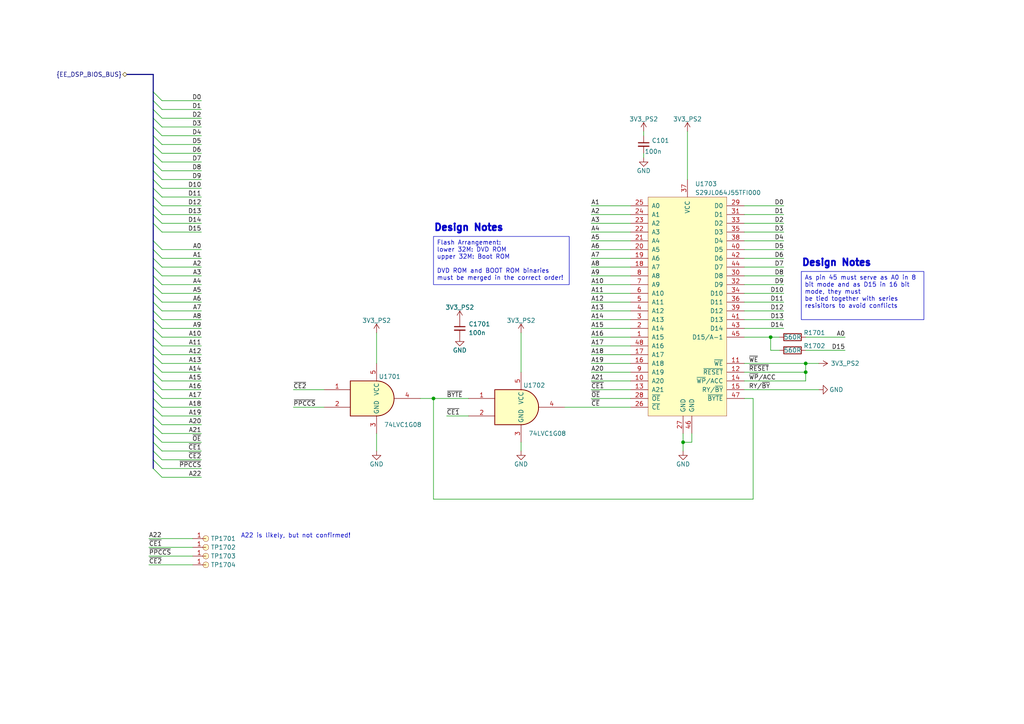
<source format=kicad_sch>
(kicad_sch (version 20230121) (generator eeschema)
  (paper "A4")
  (title_block (title "PS2 Boot ROM Flash") (rev "0.3") (comment 5 "-a project by Tschicki"))
  (lib_symbols
    (symbol "PS2:3V5" (power) (pin_names (offset 0))
      (property "Value" "3V3_PS2" (at 0 3.556 0))
      (symbol "3V5_0_1"
        (polyline (pts (xy -0.762 1.27) (xy 0 2.54)))
        (polyline (pts (xy 0 0) (xy 0 2.54)))
        (polyline (pts (xy 0 2.54) (xy 0.762 1.27)))
      )
      (symbol "3V5_1_1"
        (pin power_in line (at 0 0 90) (length 0) hide (name "3V3_PS2") (number "1"))
      )
    )
    (symbol "PS2:74LVC1G08"
      (property "Reference" "U" (at -5.08 7.62 0))
      (property "Value" "74LVC1G08" (at 7.62 -7.62 0))
      (symbol "74LVC1G08_0_1"
        (arc (start 0 -5.08) (mid 5.0579 0) (end 0 5.08) (stroke (width 0.254)) (fill (type background)))
        (polyline (pts (xy 0 -5.08) (xy -7.62 -5.08) (xy -7.62 5.08) (xy 0 5.08)) (stroke (width 0.254)) (fill (type background)))
      )
      (symbol "74LVC1G08_1_1"
        (pin input line (at -15.24 2.54 0) (length 7.62) (name "~") (number "1"))
        (pin input line (at -15.24 -2.54 0) (length 7.62) (name "~") (number "2"))
        (pin power_in line (at 0 -10.16 90) (length 5.08) (name "GND") (number "3"))
        (pin output line (at 12.7 0 180) (length 7.62) (name "~") (number "4"))
        (pin power_in line (at 0 10.16 270) (length 5.08) (name "VCC") (number "5"))
      )
    )
    (symbol "PS2:S29JL064J55TF" (pin_names (offset 1.016))
      (property "Reference" "U" (at 24.13 3.81 0))
      (property "Value" "S29JL064J55TFI000" (at 25.4 6.35 0))
      (symbol "S29JL064J55TF_0_0"
        (pin passive line (at 0 -38.1 0) (length 5.08) (name "A15") (number "1"))
        (pin passive line (at 0 -50.8 0) (length 5.08) (name "A20") (number "10"))
        (pin passive line (at 33.02 -45.72 180) (length 5.08) (name "~{WE}") (number "11"))
        (pin passive line (at 33.02 -48.26 180) (length 5.08) (name "~{RESET}") (number "12"))
        (pin passive line (at 0 -53.34 0) (length 5.08) (name "A21") (number "13"))
        (pin passive line (at 33.02 -50.8 180) (length 5.08) (name "~{WP}/ACC") (number "14"))
        (pin passive line (at 33.02 -53.34 180) (length 5.08) (name "RY/~{BY}") (number "15"))
        (pin passive line (at 0 -45.72 0) (length 5.08) (name "A18") (number "16"))
        (pin passive line (at 0 -43.18 0) (length 5.08) (name "A17") (number "17"))
        (pin passive line (at 0 -17.78 0) (length 5.08) (name "A7") (number "18"))
        (pin passive line (at 0 -15.24 0) (length 5.08) (name "A6") (number "19"))
        (pin passive line (at 0 -35.56 0) (length 5.08) (name "A14") (number "2"))
        (pin passive line (at 0 -12.7 0) (length 5.08) (name "A5") (number "20"))
        (pin passive line (at 0 -10.16 0) (length 5.08) (name "A4") (number "21"))
        (pin passive line (at 0 -7.62 0) (length 5.08) (name "A3") (number "22"))
        (pin passive line (at 0 -5.08 0) (length 5.08) (name "A2") (number "23"))
        (pin passive line (at 0 -2.54 0) (length 5.08) (name "A1") (number "24"))
        (pin passive line (at 0 0 0) (length 5.08) (name "A0") (number "25"))
        (pin passive line (at 0 -58.42 0) (length 5.08) (name "~{CE}") (number "26"))
        (pin passive line (at 15.24 -66.04 90) (length 5.08) (name "GND") (number "27"))
        (pin passive line (at 0 -55.88 0) (length 5.08) (name "~{OE}") (number "28"))
        (pin passive line (at 33.02 0 180) (length 5.08) (name "D0") (number "29"))
        (pin passive line (at 0 -33.02 0) (length 5.08) (name "A13") (number "3"))
        (pin passive line (at 33.02 -20.32 180) (length 5.08) (name "D8") (number "30"))
        (pin passive line (at 33.02 -2.54 180) (length 5.08) (name "D1") (number "31"))
        (pin passive line (at 33.02 -22.86 180) (length 5.08) (name "D9") (number "32"))
        (pin passive line (at 33.02 -5.08 180) (length 5.08) (name "D2") (number "33"))
        (pin passive line (at 33.02 -25.4 180) (length 5.08) (name "D10") (number "34"))
        (pin passive line (at 33.02 -7.62 180) (length 5.08) (name "D3") (number "35"))
        (pin passive line (at 33.02 -27.94 180) (length 5.08) (name "D11") (number "36"))
        (pin passive line (at 16.51 7.62 270) (length 5.08) (name "VCC") (number "37"))
        (pin passive line (at 33.02 -10.16 180) (length 5.08) (name "D4") (number "38"))
        (pin passive line (at 33.02 -30.48 180) (length 5.08) (name "D12") (number "39"))
        (pin passive line (at 0 -30.48 0) (length 5.08) (name "A12") (number "4"))
        (pin passive line (at 33.02 -12.7 180) (length 5.08) (name "D5") (number "40"))
        (pin passive line (at 33.02 -33.02 180) (length 5.08) (name "D13") (number "41"))
        (pin passive line (at 33.02 -15.24 180) (length 5.08) (name "D6") (number "42"))
        (pin passive line (at 33.02 -35.56 180) (length 5.08) (name "D14") (number "43"))
        (pin passive line (at 33.02 -17.78 180) (length 5.08) (name "D7") (number "44"))
        (pin passive line (at 33.02 -38.1 180) (length 5.08) (name "D15/A-1") (number "45"))
        (pin passive line (at 17.78 -66.04 90) (length 5.08) (name "GND") (number "46"))
        (pin passive line (at 33.02 -55.88 180) (length 5.08) (name "~{BYTE}") (number "47"))
        (pin passive line (at 0 -40.64 0) (length 5.08) (name "A16") (number "48"))
        (pin passive line (at 0 -27.94 0) (length 5.08) (name "A11") (number "5"))
        (pin passive line (at 0 -25.4 0) (length 5.08) (name "A10") (number "6"))
        (pin passive line (at 0 -22.86 0) (length 5.08) (name "A9") (number "7"))
        (pin passive line (at 0 -20.32 0) (length 5.08) (name "A8") (number "8"))
        (pin passive line (at 0 -48.26 0) (length 5.08) (name "A19") (number "9"))
      )
      (symbol "S29JL064J55TF_0_1"
        (rectangle (start 5.08 2.54) (end 27.94 -60.96) (stroke (width 0.001)) (fill (type background)))
      )
    )
    (symbol "PS2:Solder_Point" (pin_names (offset 1.016) hide) (in_bom no)
      (property "Reference" "TP" (at 2.54 0 0))
      (symbol "Solder_Point_0_1"
        (circle (center 0 0) (radius 0.8519) (stroke (width 0.001)) (fill (type background)))
      )
      (symbol "Solder_Point_1_1"
        (pin passive line (at -3.81 0 0) (length 3.81) (name "Pin_1") (number "1"))
      )
    )
    (symbol "PS2_Capacitors:C_100n_0402" (pin_numbers hide) (pin_names (offset 0.254) hide)
      (property "Reference" "C" (at 0.254 1.778 0))
      (property "Value" "100n" (at 0.254 -2.032 0))
      (symbol "C_100n_0402_0_1"
        (polyline (pts (xy -1.524 -0.508) (xy 1.524 -0.508)) (stroke (width 0.3302)))
        (polyline (pts (xy -1.524 0.508) (xy 1.524 0.508)) (stroke (width 0.3048)))
      )
      (symbol "C_100n_0402_1_1"
        (pin passive line (at 0 2.54 270) (length 2.032) (name "~") (number "1"))
        (pin passive line (at 0 -2.54 90) (length 2.032) (name "~") (number "2"))
      )
    )
    (symbol "PS2_Resistors:R_560R_0402" (pin_numbers hide) (pin_names (offset 0))
      (property "Reference" "R" (at 2.032 0 90))
      (property "Value" "560R" (at 0 0 90))
      (symbol "R_560R_0402_0_1"
        (rectangle (start -1.016 -2.54) (end 1.016 2.54) (stroke (width 0.254)))
      )
      (symbol "R_560R_0402_1_1"
        (pin passive line (at 0 3.81 270) (length 1.27) (name "~") (number "1"))
        (pin passive line (at 0 -3.81 90) (length 1.27) (name "~") (number "2"))
      )
    )
    (symbol "power:GND" (power) (pin_names (offset 0))
      (property "Value" "GND" (at 0 -3.81 0))
      (symbol "GND_0_1"
        (polyline (pts (xy 0 0) (xy 0 -1.27) (xy 1.27 -1.27) (xy 0 -2.54) (xy -1.27 -1.27) (xy 0 -1.27)))
      )
      (symbol "GND_1_1"
        (pin power_in line (at 0 0 270) (length 0) hide (name "GND") (number "1"))
      )
    )
  )
  (junction (at 125.73 115.57))
  (junction (at 198.12 128.27))
  (junction (at 223.52 97.79))
  (junction (at 233.68 107.95))
  (junction (at 233.68 105.41))
  (bus_entry (at 44.45 64.77) (size 2.54 2.54))
  (bus_entry (at 44.45 123.19) (size 2.54 2.54))
  (bus_entry (at 44.45 125.73) (size 2.54 2.54))
  (bus_entry (at 44.45 120.65) (size 2.54 2.54))
  (bus_entry (at 46.99 72.39) (size -2.54 -2.54))
  (bus_entry (at 44.45 128.27) (size 2.54 2.54))
  (bus_entry (at 44.45 46.99) (size 2.54 2.54))
  (bus_entry (at 44.45 72.39) (size 2.54 2.54))
  (bus_entry (at 44.45 90.17) (size 2.54 2.54))
  (bus_entry (at 44.45 49.53) (size 2.54 2.54))
  (bus_entry (at 46.99 36.83) (size -2.54 -2.54))
  (bus_entry (at 44.45 118.11) (size 2.54 2.54))
  (bus_entry (at 46.99 34.29) (size -2.54 -2.54))
  (bus_entry (at 44.45 54.61) (size 2.54 2.54))
  (bus_entry (at 44.45 87.63) (size 2.54 2.54))
  (bus_entry (at 44.45 57.15) (size 2.54 2.54))
  (bus_entry (at 44.45 110.49) (size 2.54 2.54))
  (bus_entry (at 46.99 44.45) (size -2.54 -2.54))
  (bus_entry (at 46.99 41.91) (size -2.54 -2.54))
  (bus_entry (at 44.45 74.93) (size 2.54 2.54))
  (bus_entry (at 44.45 107.95) (size 2.54 2.54))
  (bus_entry (at 44.45 97.79) (size 2.54 2.54))
  (bus_entry (at 46.99 29.21) (size -2.54 -2.54))
  (bus_entry (at 44.45 59.69) (size 2.54 2.54))
  (bus_entry (at 44.45 85.09) (size 2.54 2.54))
  (bus_entry (at 44.45 102.87) (size 2.54 2.54))
  (bus_entry (at 44.45 77.47) (size 2.54 2.54))
  (bus_entry (at 44.45 130.81) (size 2.54 2.54))
  (bus_entry (at 44.45 62.23) (size 2.54 2.54))
  (bus_entry (at 44.45 52.07) (size 2.54 2.54))
  (bus_entry (at 44.45 95.25) (size 2.54 2.54))
  (bus_entry (at 44.45 133.35) (size 2.54 2.54))
  (bus_entry (at 44.45 135.89) (size 2.54 2.54))
  (bus_entry (at 46.99 46.99) (size -2.54 -2.54))
  (bus_entry (at 44.45 115.57) (size 2.54 2.54))
  (bus_entry (at 44.45 80.01) (size 2.54 2.54))
  (bus_entry (at 46.99 39.37) (size -2.54 -2.54))
  (bus_entry (at 44.45 105.41) (size 2.54 2.54))
  (bus_entry (at 46.99 31.75) (size -2.54 -2.54))
  (bus_entry (at 44.45 92.71) (size 2.54 2.54))
  (bus_entry (at 44.45 82.55) (size 2.54 2.54))
  (bus_entry (at 44.45 113.03) (size 2.54 2.54))
  (bus_entry (at 44.45 100.33) (size 2.54 2.54))
  (wire (pts (xy 182.88 115.57) (xy 171.45 115.57)))
  (wire (pts (xy 227.33 92.71) (xy 215.9 92.71)))
  (wire (pts (xy 215.9 97.79) (xy 223.52 97.79)))
  (wire (pts (xy 46.99 100.33) (xy 58.42 100.33)))
  (wire (pts (xy 182.88 67.31) (xy 171.45 67.31)))
  (wire (pts (xy 58.42 135.89) (xy 46.99 135.89)))
  (wire (pts (xy 85.09 118.11) (xy 93.98 118.11)))
  (bus (pts (xy 44.45 31.75) (xy 44.45 34.29)))
  (wire (pts (xy 198.12 128.27) (xy 198.12 130.81)))
  (bus (pts (xy 44.45 92.71) (xy 44.45 95.25)))
  (wire (pts (xy 182.88 102.87) (xy 171.45 102.87)))
  (wire (pts (xy 58.42 64.77) (xy 46.99 64.77)))
  (bus (pts (xy 36.83 21.59) (xy 44.45 21.59)))
  (bus (pts (xy 44.45 41.91) (xy 44.45 44.45)))
  (bus (pts (xy 44.45 130.81) (xy 44.45 133.35)))
  (wire (pts (xy 163.83 118.11) (xy 182.88 118.11)))
  (wire (pts (xy 200.66 128.27) (xy 198.12 128.27)))
  (bus (pts (xy 44.45 57.15) (xy 44.45 59.69)))
  (wire (pts (xy 58.42 138.43) (xy 46.99 138.43)))
  (wire (pts (xy 151.13 130.81) (xy 151.13 128.27)))
  (wire (pts (xy 215.9 85.09) (xy 227.33 85.09)))
  (bus (pts (xy 44.45 39.37) (xy 44.45 41.91)))
  (bus (pts (xy 44.45 74.93) (xy 44.45 77.47)))
  (wire (pts (xy 46.99 80.01) (xy 58.42 80.01)))
  (wire (pts (xy 223.52 101.6) (xy 223.52 97.79)))
  (wire (pts (xy 182.88 77.47) (xy 171.45 77.47)))
  (bus (pts (xy 44.45 69.85) (xy 44.45 72.39)))
  (wire (pts (xy 58.42 44.45) (xy 46.99 44.45)))
  (wire (pts (xy 46.99 105.41) (xy 58.42 105.41)))
  (wire (pts (xy 215.9 62.23) (xy 227.33 62.23)))
  (wire (pts (xy 46.99 107.95) (xy 58.42 107.95)))
  (wire (pts (xy 186.69 38.1) (xy 186.69 39.37)))
  (wire (pts (xy 215.9 110.49) (xy 233.68 110.49)))
  (wire (pts (xy 58.42 39.37) (xy 46.99 39.37)))
  (bus (pts (xy 44.45 46.99) (xy 44.45 49.53)))
  (wire (pts (xy 171.45 87.63) (xy 182.88 87.63)))
  (wire (pts (xy 182.88 69.85) (xy 171.45 69.85)))
  (wire (pts (xy 198.12 125.73) (xy 198.12 128.27)))
  (wire (pts (xy 55.88 163.83) (xy 43.18 163.83)))
  (bus (pts (xy 44.45 115.57) (xy 44.45 118.11)))
  (wire (pts (xy 171.45 82.55) (xy 182.88 82.55)))
  (bus (pts (xy 44.45 118.11) (xy 44.45 120.65)))
  (wire (pts (xy 223.52 97.79) (xy 226.06 97.79)))
  (wire (pts (xy 215.9 115.57) (xy 218.44 115.57)))
  (wire (pts (xy 125.73 115.57) (xy 135.89 115.57)))
  (wire (pts (xy 58.42 72.39) (xy 46.99 72.39)))
  (wire (pts (xy 171.45 90.17) (xy 182.88 90.17)))
  (wire (pts (xy 58.42 52.07) (xy 46.99 52.07)))
  (wire (pts (xy 227.33 77.47) (xy 215.9 77.47)))
  (wire (pts (xy 46.99 74.93) (xy 58.42 74.93)))
  (wire (pts (xy 227.33 74.93) (xy 215.9 74.93)))
  (wire (pts (xy 58.42 62.23) (xy 46.99 62.23)))
  (bus (pts (xy 44.45 54.61) (xy 44.45 57.15)))
  (wire (pts (xy 171.45 80.01) (xy 182.88 80.01)))
  (bus (pts (xy 44.45 113.03) (xy 44.45 115.57)))
  (wire (pts (xy 215.9 67.31) (xy 227.33 67.31)))
  (wire (pts (xy 46.99 123.19) (xy 58.42 123.19)))
  (wire (pts (xy 58.42 36.83) (xy 46.99 36.83)))
  (bus (pts (xy 44.45 133.35) (xy 44.45 135.89)))
  (wire (pts (xy 121.92 115.57) (xy 125.73 115.57)))
  (wire (pts (xy 58.42 46.99) (xy 46.99 46.99)))
  (wire (pts (xy 171.45 92.71) (xy 182.88 92.71)))
  (bus (pts (xy 44.45 120.65) (xy 44.45 123.19)))
  (wire (pts (xy 215.9 87.63) (xy 227.33 87.63)))
  (wire (pts (xy 233.68 105.41) (xy 237.49 105.41)))
  (wire (pts (xy 55.88 158.75) (xy 43.18 158.75)))
  (bus (pts (xy 44.45 110.49) (xy 44.45 113.03)))
  (wire (pts (xy 46.99 128.27) (xy 58.42 128.27)))
  (wire (pts (xy 200.66 125.73) (xy 200.66 128.27)))
  (wire (pts (xy 46.99 102.87) (xy 58.42 102.87)))
  (bus (pts (xy 44.45 34.29) (xy 44.45 36.83)))
  (wire (pts (xy 182.88 64.77) (xy 171.45 64.77)))
  (wire (pts (xy 58.42 57.15) (xy 46.99 57.15)))
  (wire (pts (xy 171.45 113.03) (xy 182.88 113.03)))
  (bus (pts (xy 44.45 77.47) (xy 44.45 80.01)))
  (wire (pts (xy 215.9 64.77) (xy 227.33 64.77)))
  (bus (pts (xy 44.45 85.09) (xy 44.45 87.63)))
  (wire (pts (xy 46.99 67.31) (xy 58.42 67.31)))
  (wire (pts (xy 171.45 95.25) (xy 182.88 95.25)))
  (wire (pts (xy 58.42 59.69) (xy 46.99 59.69)))
  (wire (pts (xy 58.42 133.35) (xy 46.99 133.35)))
  (wire (pts (xy 227.33 72.39) (xy 215.9 72.39)))
  (wire (pts (xy 199.39 38.1) (xy 199.39 52.07)))
  (wire (pts (xy 46.99 90.17) (xy 58.42 90.17)))
  (wire (pts (xy 46.99 110.49) (xy 58.42 110.49)))
  (wire (pts (xy 46.99 85.09) (xy 58.42 85.09)))
  (bus (pts (xy 44.45 105.41) (xy 44.45 107.95)))
  (wire (pts (xy 182.88 62.23) (xy 171.45 62.23)))
  (bus (pts (xy 44.45 80.01) (xy 44.45 82.55)))
  (wire (pts (xy 109.22 96.52) (xy 109.22 105.41)))
  (wire (pts (xy 171.45 107.95) (xy 182.88 107.95)))
  (wire (pts (xy 109.22 125.73) (xy 109.22 130.81)))
  (bus (pts (xy 44.45 95.25) (xy 44.45 97.79)))
  (wire (pts (xy 186.69 44.45) (xy 186.69 45.72)))
  (wire (pts (xy 58.42 49.53) (xy 46.99 49.53)))
  (wire (pts (xy 58.42 41.91) (xy 46.99 41.91)))
  (bus (pts (xy 44.45 82.55) (xy 44.45 85.09)))
  (wire (pts (xy 182.88 105.41) (xy 171.45 105.41)))
  (bus (pts (xy 44.45 36.83) (xy 44.45 39.37)))
  (bus (pts (xy 44.45 21.59) (xy 44.45 26.67)))
  (bus (pts (xy 44.45 44.45) (xy 44.45 46.99)))
  (wire (pts (xy 58.42 54.61) (xy 46.99 54.61)))
  (wire (pts (xy 46.99 95.25) (xy 58.42 95.25)))
  (wire (pts (xy 46.99 113.03) (xy 58.42 113.03)))
  (wire (pts (xy 129.54 120.65) (xy 135.89 120.65)))
  (bus (pts (xy 44.45 123.19) (xy 44.45 125.73)))
  (wire (pts (xy 226.06 101.6) (xy 223.52 101.6)))
  (bus (pts (xy 44.45 90.17) (xy 44.45 92.71)))
  (bus (pts (xy 44.45 100.33) (xy 44.45 102.87)))
  (wire (pts (xy 55.88 161.29) (xy 43.18 161.29)))
  (wire (pts (xy 46.99 92.71) (xy 58.42 92.71)))
  (wire (pts (xy 46.99 77.47) (xy 58.42 77.47)))
  (wire (pts (xy 171.45 100.33) (xy 182.88 100.33)))
  (wire (pts (xy 58.42 34.29) (xy 46.99 34.29)))
  (wire (pts (xy 46.99 97.79) (xy 58.42 97.79)))
  (wire (pts (xy 245.11 97.79) (xy 233.68 97.79)))
  (wire (pts (xy 218.44 144.78) (xy 218.44 115.57)))
  (bus (pts (xy 44.45 87.63) (xy 44.45 90.17)))
  (bus (pts (xy 44.45 52.07) (xy 44.45 54.61)))
  (wire (pts (xy 46.99 130.81) (xy 58.42 130.81)))
  (bus (pts (xy 44.45 102.87) (xy 44.45 105.41)))
  (wire (pts (xy 182.88 59.69) (xy 171.45 59.69)))
  (wire (pts (xy 46.99 118.11) (xy 58.42 118.11)))
  (wire (pts (xy 151.13 96.52) (xy 151.13 107.95)))
  (bus (pts (xy 44.45 107.95) (xy 44.45 110.49)))
  (bus (pts (xy 44.45 49.53) (xy 44.45 52.07)))
  (bus (pts (xy 44.45 59.69) (xy 44.45 62.23)))
  (wire (pts (xy 46.99 82.55) (xy 58.42 82.55)))
  (wire (pts (xy 215.9 105.41) (xy 233.68 105.41)))
  (wire (pts (xy 171.45 85.09) (xy 182.88 85.09)))
  (wire (pts (xy 46.99 120.65) (xy 58.42 120.65)))
  (wire (pts (xy 215.9 59.69) (xy 227.33 59.69)))
  (wire (pts (xy 233.68 105.41) (xy 233.68 107.95)))
  (wire (pts (xy 182.88 72.39) (xy 171.45 72.39)))
  (bus (pts (xy 44.45 125.73) (xy 44.45 128.27)))
  (wire (pts (xy 227.33 90.17) (xy 215.9 90.17)))
  (wire (pts (xy 227.33 95.25) (xy 215.9 95.25)))
  (wire (pts (xy 85.09 113.03) (xy 93.98 113.03)))
  (wire (pts (xy 227.33 69.85) (xy 215.9 69.85)))
  (wire (pts (xy 171.45 97.79) (xy 182.88 97.79)))
  (bus (pts (xy 44.45 97.79) (xy 44.45 100.33)))
  (bus (pts (xy 44.45 62.23) (xy 44.45 64.77)))
  (wire (pts (xy 215.9 80.01) (xy 227.33 80.01)))
  (bus (pts (xy 44.45 26.67) (xy 44.45 29.21)))
  (bus (pts (xy 44.45 29.21) (xy 44.45 31.75)))
  (bus (pts (xy 44.45 72.39) (xy 44.45 74.93)))
  (bus (pts (xy 44.45 128.27) (xy 44.45 130.81)))
  (wire (pts (xy 125.73 115.57) (xy 125.73 144.78)))
  (wire (pts (xy 215.9 82.55) (xy 227.33 82.55)))
  (wire (pts (xy 215.9 107.95) (xy 233.68 107.95)))
  (wire (pts (xy 58.42 31.75) (xy 46.99 31.75)))
  (wire (pts (xy 215.9 113.03) (xy 237.49 113.03)))
  (wire (pts (xy 55.88 156.21) (xy 43.18 156.21)))
  (wire (pts (xy 125.73 144.78) (xy 218.44 144.78)))
  (wire (pts (xy 46.99 87.63) (xy 58.42 87.63)))
  (wire (pts (xy 182.88 74.93) (xy 171.45 74.93)))
  (wire (pts (xy 245.11 101.6) (xy 233.68 101.6)))
  (wire (pts (xy 46.99 115.57) (xy 58.42 115.57)))
  (wire (pts (xy 46.99 125.73) (xy 58.42 125.73)))
  (wire (pts (xy 58.42 29.21) (xy 46.99 29.21)))
  (wire (pts (xy 233.68 107.95) (xy 233.68 110.49)))
  (bus (pts (xy 44.45 64.77) (xy 44.45 69.85)))
  (wire (pts (xy 171.45 110.49) (xy 182.88 110.49)))
  (text_box "Flash Arrangement:\nlower 32M: DVD ROM\nupper 32M: Boot ROM\n\nDVD ROM and BOOT ROM binaries \nmust be merged in the correct order!" (at 125.73 68.58 0) (size 39.37 13.97) (effects (font (size 1.27 1.27)) (justify left top)))
  (text_box "As pin 45 must serve as A0 in 8 bit mode and as D15 in 16 bit mode, they must \nbe tied together with series resisitors to avoid conflicts" (at 232.41 78.74 0) (size 35.56 13.97) (effects (font (size 1.27 1.27)) (justify left top)))
  (text "Design Notes" (at 125.73 67.31 0) (effects (font (size 2 2) (thickness 1) bold) (justify left bottom)))
  (text "A22 is likely, but not confirmed!" (at 69.85 156.21 0) (effects (font (size 1.27 1.27)) (justify left bottom)))
  (text "Design Notes" (at 232.41 77.47 0) (effects (font (size 2 2) (thickness 1) bold) (justify left bottom)))
  (label "A16" (at 58.42 113.03 180))
  (label "RY{slash}~{BY}" (at 217.17 113.03 0))
  (label "D14" (at 58.42 64.77 180))
  (label "A20" (at 58.42 123.19 180))
  (label "~{WP}{slash}ACC" (at 217.17 110.49 0))
  (label "A14" (at 171.45 92.71 0))
  (label "A22" (at 58.42 138.43 180))
  (label "D4" (at 58.42 39.37 180))
  (label "A13" (at 58.42 105.41 180))
  (label "~{BYTE}" (at 129.54 115.57 0))
  (label "~{CE1}" (at 129.54 120.65 0))
  (label "A13" (at 171.45 90.17 0))
  (label "A7" (at 171.45 74.93 0))
  (label "A17" (at 171.45 100.33 0))
  (label "A21" (at 171.45 110.49 0))
  (label "D5" (at 58.42 41.91 180))
  (label "A3" (at 58.42 80.01 180))
  (label "A18" (at 171.45 102.87 0))
  (label "A15" (at 58.42 110.49 180))
  (label "A5" (at 58.42 85.09 180))
  (label "A20" (at 171.45 107.95 0))
  (label "A12" (at 171.45 87.63 0))
  (label "D10" (at 58.42 54.61 180))
  (label "A0" (at 245.11 97.79 180))
  (label "A6" (at 171.45 72.39 0))
  (label "D14" (at 227.33 95.25 180))
  (label "D6" (at 58.42 44.45 180))
  (label "A7" (at 58.42 90.17 180))
  (label "A6" (at 58.42 87.63 180))
  (label "A19" (at 58.42 120.65 180))
  (label "A17" (at 58.42 115.57 180))
  (label "~{CE}" (at 171.45 118.11 0))
  (label "D3" (at 58.42 36.83 180))
  (label "A2" (at 58.42 77.47 180))
  (label "A11" (at 58.42 100.33 180))
  (label "A8" (at 58.42 92.71 180))
  (label "A1" (at 58.42 74.93 180))
  (label "A0" (at 58.42 72.39 180))
  (label "D5" (at 227.33 72.39 180))
  (label "D3" (at 227.33 67.31 180))
  (label "A9" (at 58.42 95.25 180))
  (label "D1" (at 227.33 62.23 180))
  (label "D7" (at 58.42 46.99 180))
  (label "A15" (at 171.45 95.25 0))
  (label "A19" (at 171.45 105.41 0))
  (label "A5" (at 171.45 69.85 0))
  (label "D10" (at 227.33 85.09 180))
  (label "D0" (at 227.33 59.69 180))
  (label "D9" (at 227.33 82.55 180))
  (label "~{CE1}" (at 58.42 130.81 180))
  (label "~{CE1}" (at 43.18 158.75 0))
  (label "A12" (at 58.42 102.87 180))
  (label "~{RESET}" (at 217.17 107.95 0))
  (label "D12" (at 58.42 59.69 180))
  (label "~{CE2}" (at 85.09 113.03 0))
  (label "~{WE}" (at 217.17 105.41 0))
  (label "D11" (at 58.42 57.15 180))
  (label "A14" (at 58.42 107.95 180))
  (label "~{CE2}" (at 43.18 163.83 0))
  (label "D15" (at 58.42 67.31 180))
  (label "D6" (at 227.33 74.93 180))
  (label "~{PPCCS}" (at 58.42 135.89 180))
  (label "D12" (at 227.33 90.17 180))
  (label "A9" (at 171.45 80.01 0))
  (label "~{CE2}" (at 58.42 133.35 180))
  (label "D11" (at 227.33 87.63 180))
  (label "A11" (at 171.45 85.09 0))
  (label "A21" (at 58.42 125.73 180))
  (label "A22" (at 43.18 156.21 0))
  (label "D13" (at 227.33 92.71 180))
  (label "D9" (at 58.42 52.07 180))
  (label "A16" (at 171.45 97.79 0))
  (label "D1" (at 58.42 31.75 180))
  (label "A1" (at 171.45 59.69 0))
  (label "A10" (at 58.42 97.79 180))
  (label "A4" (at 58.42 82.55 180))
  (label "~{OE}" (at 171.45 115.57 0))
  (label "A4" (at 171.45 67.31 0))
  (label "A18" (at 58.42 118.11 180))
  (label "D2" (at 227.33 64.77 180))
  (label "D7" (at 227.33 77.47 180))
  (label "D4" (at 227.33 69.85 180))
  (label "D0" (at 58.42 29.21 180))
  (label "D13" (at 58.42 62.23 180))
  (label "A3" (at 171.45 64.77 0))
  (label "~{PPCCS}" (at 85.09 118.11 0))
  (label "D8" (at 227.33 80.01 180))
  (label "~{OE}" (at 58.42 128.27 180))
  (label "D2" (at 58.42 34.29 180))
  (label "~{PPCCS}" (at 43.18 161.29 0))
  (label "D15" (at 245.11 101.6 180))
  (label "~{CE1}" (at 171.45 113.03 0))
  (label "D8" (at 58.42 49.53 180))
  (label "A2" (at 171.45 62.23 0))
  (label "A10" (at 171.45 82.55 0))
  (label "A8" (at 171.45 77.47 0))
  (hierarchical_label "{EE_DSP_BIOS_BUS}" (shape bidirectional) (at 36.83 21.59 180))
  (symbol (lib_id "PS2:74LVC1G08") (at 151.13 118.11 0) (unit 1)
    (property "Reference" "U1702" (at 154.94 111.76 0))
    (property "Value" "74LVC1G08" (at 158.75 125.73 0))
    (property "Footprint" "PS2:SOT-353_SC-70-5" (effects hide))
    (property "Datasheet" "https://www.ti.com/lit/ds/symlink/sn74lvc1g08.pdf" (effects hide))
    (property "Part Number" "SN74LVC1G08DCK" (effects hide))
  )
  (symbol (lib_id "PS2:3V5") (at 237.49 105.41 270) (mirror x) (unit 1)
    (property "Reference" "#PWR01711" (effects hide))
    (property "Value" "3V3_PS2" (at 245.11 105.41 90))
  )
  (symbol (lib_id "PS2:Solder_Point") (at 59.69 161.29 0) (mirror x) (unit 1) (in_bom no)
    (property "Reference" "TP1703" (at 64.77 161.29 0))
    (property "Value" "Solder_Point" (effects hide))
    (property "Footprint" "PS2:Solder_Point_127" (effects hide))
  )
  (symbol (lib_id "PS2:Solder_Point") (at 59.69 156.21 0) (mirror x) (unit 1) (in_bom no)
    (property "Reference" "TP1701" (at 64.77 156.21 0))
    (property "Value" "Solder_Point" (effects hide))
    (property "Footprint" "PS2:Solder_Point_127" (effects hide))
  )
  (symbol (lib_id "power:GND") (at 109.22 130.81 0) (unit 1)
    (property "Reference" "#PWR01702" (effects hide))
    (property "Value" "GND" (at 109.22 134.62 0))
  )
  (symbol (lib_id "PS2:3V5") (at 109.22 96.52 0) (mirror y) (unit 1)
    (property "Reference" "#PWR01701" (effects hide))
    (property "Value" "3V3_PS2" (at 109.22 92.964 0))
  )
  (symbol (lib_id "PS2:74LVC1G08") (at 109.22 115.57 0) (unit 1)
    (property "Reference" "U1701" (at 113.03 109.22 0))
    (property "Value" "74LVC1G08" (at 116.84 123.19 0))
    (property "Footprint" "PS2:SOT-353_SC-70-5" (effects hide))
    (property "Datasheet" "https://www.ti.com/lit/ds/symlink/sn74lvc1g08.pdf" (effects hide))
    (property "Part Number" "SN74LVC1G08DCK" (effects hide))
  )
  (symbol (lib_id "power:GND") (at 151.13 130.81 0) (unit 1)
    (property "Reference" "#PWR01706" (effects hide))
    (property "Value" "GND" (at 151.13 134.62 0))
  )
  (symbol (lib_id "PS2_Resistors:R_560R_0402") (at 229.87 97.79 90) (unit 1)
    (property "Reference" "R1701" (at 236.22 96.52 90))
    (property "Value" "560R" (at 229.87 97.79 90))
    (property "Footprint" "PS2:R_0402_1005Metric" (effects hide))
    (property "Part Number" "RC0402FR-07560RL" (effects hide))
  )
  (symbol (lib_id "power:GND") (at 186.69 45.72 0) (unit 1)
    (property "Reference" "#PWR0108" (effects hide))
    (property "Value" "GND" (at 186.69 49.53 0))
    (instances (project "BootRomModule_Rev_02" (path "" (reference "#PWR0108") (unit 1))) (project "PS2_79004_Rev_0_4" (path "" (reference "#PWR01708") (unit 1))))
  )
  (symbol (lib_id "PS2:3V5") (at 133.35 92.71 0) (mirror y) (unit 1)
    (property "Reference" "#PWR01703" (effects hide))
    (property "Value" "3V3_PS2" (at 133.35 89.154 0))
  )
  (symbol (lib_id "power:GND") (at 198.12 130.81 0) (unit 1)
    (property "Reference" "#PWR01709" (effects hide))
    (property "Value" "GND" (at 198.12 134.62 0))
  )
  (symbol (lib_id "power:GND") (at 237.49 113.03 90) (unit 1)
    (property "Reference" "#PWR01712" (effects hide))
    (property "Value" "GND" (at 242.57 113.03 90))
  )
  (symbol (lib_id "PS2_Resistors:R_560R_0402") (at 229.87 101.6 90) (unit 1)
    (property "Reference" "R1702" (at 236.22 100.33 90))
    (property "Value" "560R" (at 229.87 101.6 90))
    (property "Footprint" "PS2:R_0402_1005Metric" (effects hide))
    (property "Part Number" "RC0402FR-07560RL" (effects hide))
  )
  (symbol (lib_id "PS2_Capacitors:C_100n_0402") (at 186.69 41.91 0) (unit 1)
    (property "Reference" "C101" (at 189.0142 40.7606 0) (effects (justify left)))
    (property "Value" "100n" (at 186.944 43.942 0) (effects (justify left)))
    (property "Footprint" "PS2:C_0402_1005Metric" (effects hide))
    (property "Datasheet" "https://www.mouser.at/datasheet/2/447/UPY_NP0X5R_01005_4V_to_25V_V10-3003057.pdf" (effects hide))
    (property "Part Number" "CC0402KRX7R7BB104" (effects hide))
    (instances (project "BootRomModule_Rev_02" (path "" (reference "C101") (unit 1))) (project "PS2_79004_Rev_0_4" (path "" (reference "C1702") (unit 1))))
  )
  (symbol (lib_id "PS2:3V5") (at 186.69 38.1 0) (mirror y) (unit 1)
    (property "Reference" "#PWR0107" (effects hide))
    (property "Value" "3V3_PS2" (at 186.69 34.544 0))
    (instances (project "BootRomModule_Rev_02" (path "" (reference "#PWR0107") (unit 1))) (project "PS2_79004_Rev_0_4" (path "" (reference "#PWR01707") (unit 1))))
  )
  (symbol (lib_id "PS2_Capacitors:C_100n_0402") (at 133.35 95.25 0) (unit 1)
    (property "Reference" "C1701" (at 135.89 93.9863 0) (effects (justify left)))
    (property "Value" "100n" (at 135.89 96.5263 0) (effects (justify left)))
    (property "Footprint" "PS2:C_0402_1005Metric" (effects hide))
    (property "Datasheet" "https://www.mouser.at/datasheet/2/447/UPY_NP0X5R_01005_4V_to_25V_V10-3003057.pdf" (effects hide))
    (property "Part Number" "CC0402KRX7R7BB104" (effects hide))
  )
  (symbol (lib_id "power:GND") (at 133.35 97.79 0) (unit 1)
    (property "Reference" "#PWR01704" (effects hide))
    (property "Value" "GND" (at 133.35 101.6 0))
  )
  (symbol (lib_id "PS2:Solder_Point") (at 59.69 163.83 0) (mirror x) (unit 1) (in_bom no)
    (property "Reference" "TP1704" (at 64.77 163.83 0))
    (property "Value" "Solder_Point" (effects hide))
    (property "Footprint" "PS2:Solder_Point_127" (effects hide))
  )
  (symbol (lib_id "PS2:S29JL064J55TF") (at 182.88 59.69 0) (unit 1)
    (property "Reference" "U1703" (at 201.5841 53.34 0) (effects (justify left)))
    (property "Value" "S29JL064J55TFI000" (at 201.5841 55.88 0) (effects (justify left)))
    (property "Footprint" "PS2:TSOP-I-48_18.4x12mm_P0.5mm" (effects hide))
    (property "Part Number" "MX29LV640ETTI-70G" (effects hide))
  )
  (symbol (lib_id "PS2:Solder_Point") (at 59.69 158.75 0) (mirror x) (unit 1) (in_bom no)
    (property "Reference" "TP1702" (at 64.77 158.75 0))
    (property "Value" "Solder_Point" (effects hide))
    (property "Footprint" "PS2:Solder_Point_127" (effects hide))
  )
  (symbol (lib_id "PS2:3V5") (at 199.39 38.1 0) (mirror y) (unit 1)
    (property "Reference" "#PWR0110" (effects hide))
    (property "Value" "3V3_PS2" (at 199.39 34.544 0))
    (instances (project "BootRomModule_Rev_02" (path "" (reference "#PWR0110") (unit 1))) (project "PS2_79004_Rev_0_4" (path "" (reference "#PWR01710") (unit 1))))
  )
  (symbol (lib_id "PS2:3V5") (at 151.13 96.52 0) (mirror y) (unit 1)
    (property "Reference" "#PWR01705" (effects hide))
    (property "Value" "3V3_PS2" (at 151.13 92.964 0))
  )
)
</source>
